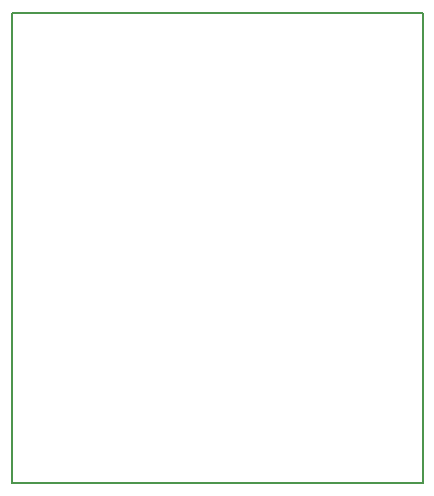
<source format=gbo>
G04 MADE WITH FRITZING*
G04 WWW.FRITZING.ORG*
G04 DOUBLE SIDED*
G04 HOLES PLATED*
G04 CONTOUR ON CENTER OF CONTOUR VECTOR*
%ASAXBY*%
%FSLAX23Y23*%
%MOIN*%
%OFA0B0*%
%SFA1.0B1.0*%
%ADD10R,1.377950X1.574800X1.361950X1.558800*%
%ADD11C,0.008000*%
%LNSILK0*%
G90*
G70*
G54D11*
X4Y1571D02*
X1374Y1571D01*
X1374Y4D01*
X4Y4D01*
X4Y1571D01*
D02*
G04 End of Silk0*
M02*
</source>
